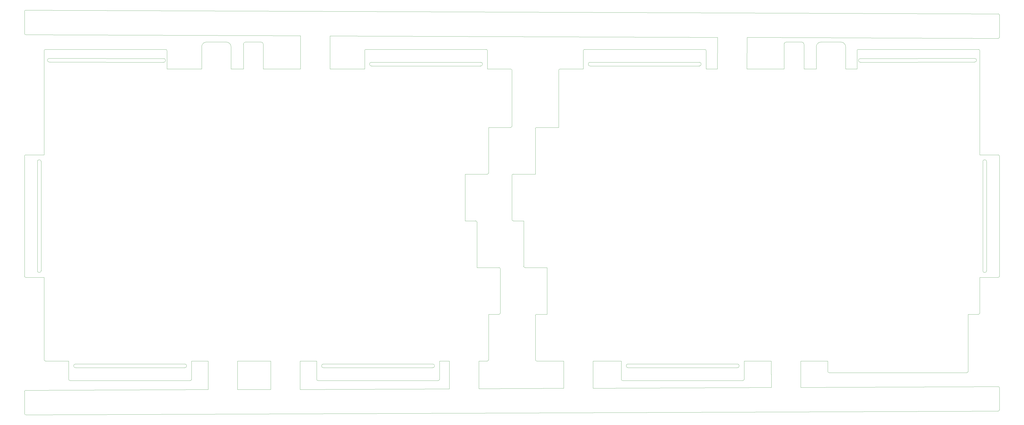
<source format=gbr>
%TF.GenerationSoftware,KiCad,Pcbnew,(5.99.0-12118-g897269f33f)*%
%TF.CreationDate,2021-09-12T17:19:33-04:00*%
%TF.ProjectId,dadboard,64616462-6f61-4726-942e-6b696361645f,rev?*%
%TF.SameCoordinates,Original*%
%TF.FileFunction,Profile,NP*%
%FSLAX46Y46*%
G04 Gerber Fmt 4.6, Leading zero omitted, Abs format (unit mm)*
G04 Created by KiCad (PCBNEW (5.99.0-12118-g897269f33f)) date 2021-09-12 17:19:33*
%MOMM*%
%LPD*%
G01*
G04 APERTURE LIST*
%TA.AperFunction,Profile*%
%ADD10C,0.100000*%
%TD*%
G04 APERTURE END LIST*
D10*
X191025000Y-62281249D02*
X146525000Y-62281249D01*
X223150000Y59531250D02*
X223150000Y67531250D01*
X39250000Y67031250D02*
G75*
G02*
X39750000Y67531250I500000J0D01*
G01*
X144275000Y-67531250D02*
G75*
G02*
X143775000Y-67031250I0J500000D01*
G01*
X69723999Y-59531250D02*
X73724499Y-59531250D01*
X39250000Y59531250D02*
X25125000Y59531250D01*
X-41749999Y67531250D02*
X-90750000Y67531250D01*
X210053792Y59531250D02*
X194900000Y59531250D01*
X99750000Y-2381250D02*
X104012500Y-2381250D01*
X-91250000Y67031250D02*
X-91250000Y24531250D01*
X223153806Y68538785D02*
G75*
G02*
X225153792Y70531228I1999986J-7557D01*
G01*
X297250000Y24531250D02*
G75*
G02*
X297750000Y24031250I0J-500000D01*
G01*
X241068737Y62283089D02*
G75*
G02*
X241066199Y63783087I-1269J749999D01*
G01*
X287692914Y63861988D02*
G75*
G02*
X287695452Y62361990I1269J-749999D01*
G01*
X-33999999Y-60781250D02*
G75*
G02*
X-33999999Y-62281250I0J-750000D01*
G01*
X-33999999Y-62281250D02*
X-78500000Y-62281249D01*
X99250000Y36218750D02*
X99250000Y59031250D01*
X131050000Y60781250D02*
G75*
G02*
X131050000Y62281250I0J750000D01*
G01*
X-24506500Y-59531250D02*
X-24506500Y-71186343D01*
X284987499Y-63793750D02*
G75*
G02*
X284487499Y-64293750I-500000J0D01*
G01*
X-2025000Y59531250D02*
X-2025000Y69531228D01*
X297750000Y-70470812D02*
X297750000Y-79470635D01*
X223161334Y72313092D02*
X194948696Y72419689D01*
X20224000Y-67531250D02*
G75*
G02*
X19724000Y-67031250I0J500000D01*
G01*
X99250000Y36218750D02*
G75*
G02*
X98750000Y35718750I-500000J0D01*
G01*
X223150000Y67531250D02*
X223153806Y68538785D01*
X-27125000Y59531250D02*
X-41250000Y59531250D01*
X297247941Y-69970816D02*
X216850586Y-70301772D01*
X73724499Y-70890951D02*
X12980500Y-71141003D01*
X89724999Y35718750D02*
X98750000Y35718750D01*
X289250000Y67531250D02*
G75*
G02*
X289750000Y67031250I0J-500000D01*
G01*
X-12506500Y-59531250D02*
X-12506500Y-71141003D01*
X289750000Y-39981250D02*
X289750000Y-25468750D01*
X-17125000Y70531228D02*
G75*
G02*
X-15125000Y68531228I0J-2000000D01*
G01*
X99250000Y16168750D02*
G75*
G02*
X99750000Y16668750I500000J0D01*
G01*
X-27125000Y67531250D02*
X-27121193Y68538785D01*
X128300000Y67031250D02*
X128300000Y59531250D01*
X-99250000Y-71966864D02*
X-99250000Y-80966857D01*
X175550000Y62281250D02*
G75*
G02*
X175550000Y60781250I0J-750000D01*
G01*
X223161334Y72313092D02*
X235161334Y72267752D01*
X-25121207Y70531228D02*
X-17125000Y70531228D01*
X128300000Y67031250D02*
G75*
G02*
X128800000Y67531250I500000J0D01*
G01*
X144275000Y-67531250D02*
X193275000Y-67531250D01*
X12980500Y-59531250D02*
X19724000Y-59531250D01*
X-89195452Y62361990D02*
G75*
G02*
X-89192914Y63861988I1269J749999D01*
G01*
X-81250000Y-59531250D02*
X-81250000Y-67031250D01*
X-93999999Y-22718750D02*
X-94000000Y21781250D01*
X131050000Y62281250D02*
X175550000Y62281250D01*
X39250000Y67031250D02*
X39250000Y59531250D01*
X216806250Y-59531250D02*
X227837500Y-59531250D01*
X297259445Y72033124D02*
X235161334Y72267752D01*
X210053792Y69531228D02*
G75*
G02*
X211053792Y70531228I1000000J0D01*
G01*
X182899999Y59531250D02*
X182918641Y72465143D01*
X146525000Y-60781250D02*
X191025000Y-60781250D01*
X94487499Y-39981250D02*
G75*
G02*
X93987499Y-40481250I-500000J0D01*
G01*
X-31250000Y-67031250D02*
G75*
G02*
X-31750000Y-67531250I-500000J0D01*
G01*
X217153792Y70531228D02*
X211053792Y70531228D01*
X66973999Y-62281250D02*
X22474000Y-62281249D01*
X-41250000Y59531250D02*
X-41250000Y67031250D01*
X-24506500Y-71186343D02*
X-98751889Y-71466867D01*
X297250000Y24531249D02*
X289750000Y24531250D01*
X289750000Y24531250D02*
X289750000Y67031250D01*
X297251889Y-79970632D02*
X-98748110Y-81466853D01*
X13125000Y59531250D02*
X-2025000Y59531250D01*
X113537500Y-40481250D02*
X109275000Y-40481250D01*
X289250000Y67531249D02*
X240250000Y67531250D01*
X-41749999Y67531250D02*
G75*
G02*
X-41249999Y67031250I0J-500000D01*
G01*
X108775000Y16668750D02*
X99750000Y16668750D01*
X13136334Y73106637D02*
X-98740554Y73529346D01*
X-78500000Y-60781250D02*
X-33999999Y-60781250D01*
X284987499Y-40481250D02*
X289250000Y-40481250D01*
X120275000Y-59531250D02*
X120320972Y-70699136D01*
X233150000Y70531228D02*
G75*
G02*
X235150000Y68531228I0J-2000000D01*
G01*
X69723999Y-67031250D02*
X69723999Y-59531250D01*
X-91250000Y-25468750D02*
X-91250000Y-59031250D01*
X118299999Y59031250D02*
X118299999Y35718750D01*
X-10125000Y59531250D02*
X-15125000Y59531250D01*
X-98748111Y-81466853D02*
G75*
G02*
X-99250000Y-80966857I-1889J499996D01*
G01*
X94487500Y-39981250D02*
X94487500Y-21931250D01*
X-9124999Y70531228D02*
X-3024999Y70531228D01*
X980500Y-71141003D02*
X-12506500Y-71141003D01*
X89724999Y-59031250D02*
X89724999Y-40481250D01*
X-15125000Y59531250D02*
X-10125000Y59531250D01*
X-98750000Y-25468750D02*
G75*
G02*
X-99250000Y-24968750I0J500000D01*
G01*
X-99250000Y24031250D02*
G75*
G02*
X-98750000Y24531250I500000J0D01*
G01*
X104012500Y-2381250D02*
X104012500Y-20931250D01*
X84462500Y-2381250D02*
G75*
G02*
X84962500Y-2881250I0J-500000D01*
G01*
X177800000Y67531250D02*
X128800000Y67531250D01*
X69723999Y-67031250D02*
G75*
G02*
X69223999Y-67531250I-500000J0D01*
G01*
X297263224Y82033110D02*
X-98736775Y83529332D01*
X-98740554Y73529346D02*
G75*
G02*
X-99238665Y74029342I1889J499996D01*
G01*
X193775000Y-59531250D02*
X204806250Y-59531250D01*
X85724499Y-59531250D02*
X89224999Y-59531250D01*
X-99238666Y83029336D02*
G75*
G02*
X-98736775Y83529332I500001J-1D01*
G01*
X42000000Y60781250D02*
G75*
G02*
X42000000Y62281250I0J750000D01*
G01*
X86500000Y62281250D02*
G75*
G02*
X86500000Y60781250I0J-750000D01*
G01*
X287695452Y62361990D02*
X241068737Y62283089D01*
X89724999Y17168750D02*
G75*
G02*
X89224999Y16668750I-500000J0D01*
G01*
X-12506500Y-59531250D02*
X980500Y-59531250D01*
X-80750000Y-67531250D02*
X-31749999Y-67531250D01*
X182899999Y59531250D02*
X178300000Y59531250D01*
X223150000Y59531250D02*
X218153792Y59531250D01*
X113537500Y-21431250D02*
X113537500Y-40481250D01*
X20224000Y-67531250D02*
X69223999Y-67531250D01*
X89724999Y-40481250D02*
X93987499Y-40481250D01*
X-3024999Y70531228D02*
G75*
G02*
X-2024999Y69531228I0J-1000000D01*
G01*
X193775000Y-67031250D02*
X193775000Y-59531250D01*
X85724499Y-59531250D02*
X85724499Y-70841553D01*
X291000000Y21781250D02*
G75*
G02*
X292500000Y21781250I750000J0D01*
G01*
X-42566199Y63783087D02*
G75*
G02*
X-42568737Y62283089I-1269J-749999D01*
G01*
X108775000Y35218750D02*
X108775000Y16668750D01*
X118299999Y59031250D02*
G75*
G02*
X118799999Y59531250I500000J0D01*
G01*
X143775000Y-59531250D02*
X143775000Y-67031250D01*
X-27125000Y59531250D02*
X-27125000Y67531250D01*
X132275000Y-59531250D02*
X132275000Y-70649927D01*
X42000000Y62281250D02*
X86500000Y62281250D01*
X-90750000Y-59531250D02*
G75*
G02*
X-91250000Y-59031250I0J500000D01*
G01*
X225153792Y70531228D02*
X233150000Y70531228D01*
X297750000Y-24968750D02*
G75*
G02*
X297250000Y-25468750I-500000J0D01*
G01*
X204806250Y-59531250D02*
X204850790Y-70351169D01*
X217153792Y70531228D02*
G75*
G02*
X218153792Y69531228I0J-1000000D01*
G01*
X-98750000Y-25468750D02*
X-91250000Y-25468750D01*
X88750000Y67531250D02*
X39750000Y67531250D01*
X-89192914Y63861988D02*
X-42566199Y63783087D01*
X980500Y-59531250D02*
X980500Y-71141003D01*
X120320972Y-70699136D02*
X85724499Y-70841553D01*
X228337500Y-64293750D02*
X284487499Y-64293750D01*
X-78500000Y-62281248D02*
G75*
G02*
X-78500000Y-60781250I0J749999D01*
G01*
X-10125000Y69531228D02*
X-10125000Y59531250D01*
X-31250000Y-59531250D02*
X-24506500Y-59531250D01*
X216806250Y-59531250D02*
X216850586Y-70301772D01*
X-99250001Y-71966864D02*
G75*
G02*
X-98751889Y-71466867I500001J0D01*
G01*
X-91250000Y67031250D02*
G75*
G02*
X-90750000Y67531250I500000J0D01*
G01*
X-80750000Y-67531250D02*
G75*
G02*
X-81250000Y-67031250I0J500000D01*
G01*
X89724999Y-59031250D02*
G75*
G02*
X89224999Y-59531250I-500000J0D01*
G01*
X210053792Y59531250D02*
X210053792Y69531228D01*
X-94000000Y21781250D02*
G75*
G02*
X-92500000Y21781250I750000J0D01*
G01*
X22474000Y-60781250D02*
X66974000Y-60781250D01*
X104512500Y-21431250D02*
G75*
G02*
X104012500Y-20931250I0J500000D01*
G01*
X99750000Y-2381250D02*
G75*
G02*
X99250000Y-1881250I0J500000D01*
G01*
X289750000Y-25468750D02*
X297250000Y-25468750D01*
X194900000Y59531250D02*
X194948696Y72419689D01*
X-99250000Y24031250D02*
X-99250000Y-24968750D01*
X297761335Y72533121D02*
G75*
G02*
X297259445Y72033124I-500001J0D01*
G01*
X227837500Y-59531250D02*
X227837500Y-63793750D01*
X132275000Y-59531250D02*
X143775000Y-59531250D01*
X178300000Y59531250D02*
X178300000Y67031250D01*
X19724000Y-59531250D02*
X19724000Y-67031250D01*
X25176120Y59531250D02*
X25176120Y73061147D01*
X182918641Y72465143D02*
X25176120Y73061147D01*
X284987499Y-63793750D02*
X284987499Y-40481250D01*
X-31250000Y-67031250D02*
X-31250000Y-59531250D01*
X241066199Y63783087D02*
X287692914Y63861988D01*
X297750000Y-24968750D02*
X297750000Y24031250D01*
X-15125000Y68531228D02*
X-15125000Y59531250D01*
X22474000Y-62281248D02*
G75*
G02*
X22474000Y-60781250I0J749999D01*
G01*
X98750000Y59531250D02*
X89250000Y59531250D01*
X93987499Y-21431250D02*
X84962500Y-21431250D01*
X80200000Y-2381250D02*
X80200000Y16668750D01*
X128300000Y59531250D02*
X118799999Y59531250D01*
X-27121193Y68538785D02*
G75*
G02*
X-25121207Y70531228I1999986J-7557D01*
G01*
X12980500Y-59531250D02*
X12980500Y-71141003D01*
X118299999Y35718750D02*
X109275000Y35718750D01*
X73724499Y-59531250D02*
X73724499Y-70890951D01*
X204850790Y-70351169D02*
X132275000Y-70649927D01*
X13125000Y59531250D02*
X13136334Y73106637D01*
X-42568737Y62283089D02*
X-89195452Y62361990D01*
X108775000Y-40981250D02*
G75*
G02*
X109275000Y-40481250I500000J0D01*
G01*
X-99238665Y74029342D02*
X-99238665Y83029335D01*
X-92500000Y21781250D02*
X-92499999Y-22718750D01*
X235150000Y68531228D02*
X235150000Y59531250D01*
X193775000Y-67031250D02*
G75*
G02*
X193275000Y-67531250I-500000J0D01*
G01*
X108775000Y-40981250D02*
X108775000Y-59031250D01*
X291000000Y-22718750D02*
X291000000Y21781250D01*
X88750000Y67531250D02*
G75*
G02*
X89250000Y67031250I0J-500000D01*
G01*
X177800000Y67531250D02*
G75*
G02*
X178300000Y67031250I0J-500000D01*
G01*
X146525000Y-62281248D02*
G75*
G02*
X146525000Y-60781250I0J749999D01*
G01*
X84462500Y-2381250D02*
X80200000Y-2381250D01*
X292500000Y-22718750D02*
G75*
G02*
X291000000Y-22718750I-750000J0D01*
G01*
X292500000Y21781250D02*
X292499999Y-22718750D01*
X239750000Y67031250D02*
G75*
G02*
X240250000Y67531250I500000J0D01*
G01*
X-91250000Y24531250D02*
X-98750000Y24531250D01*
X89250000Y59531250D02*
X89250000Y67031250D01*
X109275000Y-59531250D02*
G75*
G02*
X108775000Y-59031250I0J500000D01*
G01*
X80200000Y16668750D02*
X89224999Y16668750D01*
X218153792Y69531228D02*
X218153792Y59531250D01*
X108775000Y35218750D02*
G75*
G02*
X109275000Y35718750I500000J0D01*
G01*
X66973999Y-60781250D02*
G75*
G02*
X66973999Y-62281250I0J-750000D01*
G01*
X297247942Y-69970816D02*
G75*
G02*
X297750000Y-70470812I2058J-499996D01*
G01*
X89724999Y17168750D02*
X89724999Y35718750D01*
X-10125000Y69531229D02*
G75*
G02*
X-9124999Y70531228I1000000J-1D01*
G01*
X-92500000Y-22718750D02*
G75*
G02*
X-94000000Y-22718750I-750000J0D01*
G01*
X239750000Y59531250D02*
X235150000Y59531250D01*
X239750000Y67031250D02*
X239750000Y59531250D01*
X86500000Y60781250D02*
X42000000Y60781250D01*
X84962500Y-21431250D02*
X84962500Y-2881250D01*
X228337500Y-64293750D02*
G75*
G02*
X227837500Y-63793750I0J500000D01*
G01*
X-90750000Y-59531250D02*
X-81250000Y-59531250D01*
X104512500Y-21431250D02*
X113537500Y-21431250D01*
X109275000Y-59531250D02*
X120275000Y-59531250D01*
X297263223Y82033110D02*
G75*
G02*
X297761334Y81533114I-1889J-499996D01*
G01*
X93987499Y-21431250D02*
G75*
G02*
X94487499Y-21931250I0J-500000D01*
G01*
X98750000Y59531250D02*
G75*
G02*
X99250000Y59031250I0J-500000D01*
G01*
X297761334Y72533121D02*
X297761334Y81533114D01*
X175550000Y60781250D02*
X131050000Y60781250D01*
X289750000Y-39981250D02*
G75*
G02*
X289250000Y-40481250I-500000J0D01*
G01*
X191025000Y-60781250D02*
G75*
G02*
X191025000Y-62281250I0J-750000D01*
G01*
X297750001Y-79470635D02*
G75*
G02*
X297251889Y-79970632I-500001J0D01*
G01*
X99249999Y16168750D02*
X99249999Y-1881250D01*
M02*

</source>
